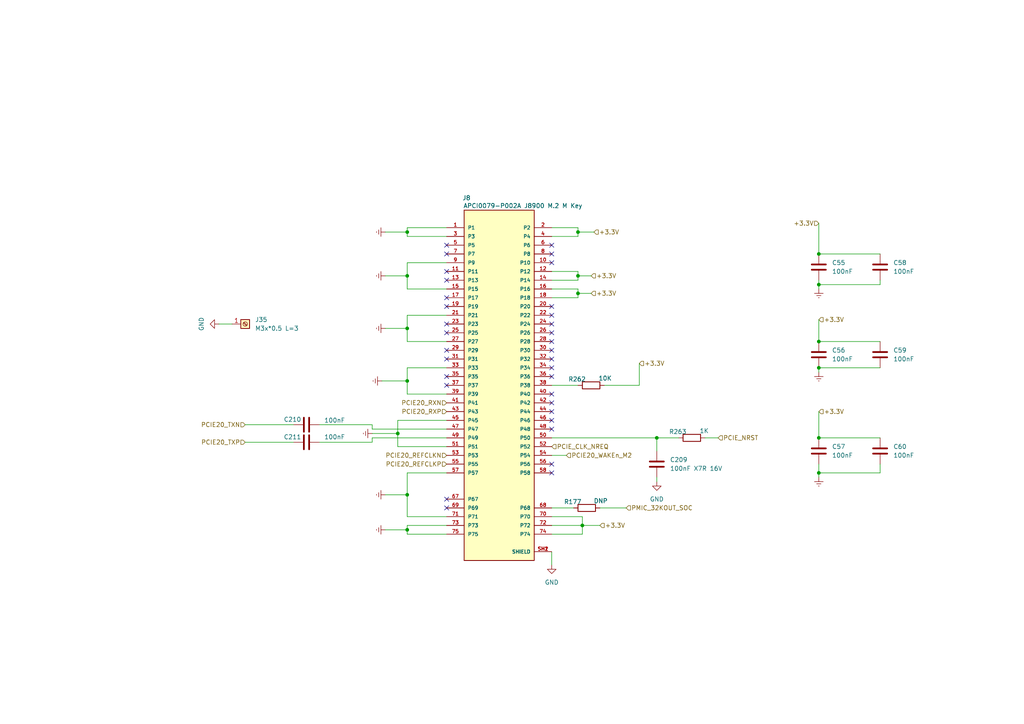
<source format=kicad_sch>
(kicad_sch (version 20231120) (generator "eeschema") (generator_version "8.0")
  (paper "A4")
  (lib_symbols
    (symbol "Device:C" (pin_numbers hide) (pin_names (offset 0.254))
      (property "Reference" "C" (at 0.635 2.54 0))
      (property "Value" "C" (at 0.635 -2.54 0))
      (symbol "C_0_1"
        (polyline (pts (xy -2.032 -0.762) (xy 2.032 -0.762)) (stroke (width 0.508)))
        (polyline (pts (xy -2.032 0.762) (xy 2.032 0.762)) (stroke (width 0.508)))
      )
      (symbol "C_1_1"
        (pin passive line (at 0 3.81 270) (length 2.794) (name "~") (number "1"))
        (pin passive line (at 0 -3.81 90) (length 2.794) (name "~") (number "2"))
      )
    )
    (symbol "Device:R" (pin_numbers hide) (pin_names (offset 0))
      (property "Reference" "R" (at 2.032 0 90))
      (property "Value" "R" (at 0 0 90))
      (symbol "R_0_1"
        (rectangle (start -1.016 -2.54) (end 1.016 2.54) (stroke (width 0.254)))
      )
      (symbol "R_1_1"
        (pin passive line (at 0 3.81 270) (length 1.27) (name "~") (number "1"))
        (pin passive line (at 0 -3.81 90) (length 1.27) (name "~") (number "2"))
      )
    )
    (symbol "M.2TE:1-2199119-5" (pin_names (offset 1.016))
      (property "Reference" "J" (at -10.1938 51.7746 0))
      (property "Value" "1-2199119-5" (at -10.1934 -53.5506 0))
      (symbol "1-2199119-5_0_0"
        (rectangle (start -10.16 -50.8) (end 10.16 50.8) (stroke (width 0.254)) (fill (type background)))
        (pin passive line (at -15.24 45.72 0) (length 5.08) (name "P1") (number "1"))
        (pin passive line (at 15.24 35.56 180) (length 5.08) (name "P10") (number "10"))
        (pin passive line (at -15.24 33.02 0) (length 5.08) (name "P11") (number "11"))
        (pin passive line (at 15.24 33.02 180) (length 5.08) (name "P12") (number "12"))
        (pin passive line (at -15.24 30.48 0) (length 5.08) (name "P13") (number "13"))
        (pin passive line (at 15.24 30.48 180) (length 5.08) (name "P14") (number "14"))
        (pin passive line (at -15.24 27.94 0) (length 5.08) (name "P15") (number "15"))
        (pin passive line (at 15.24 27.94 180) (length 5.08) (name "P16") (number "16"))
        (pin passive line (at -15.24 25.4 0) (length 5.08) (name "P17") (number "17"))
        (pin passive line (at 15.24 25.4 180) (length 5.08) (name "P18") (number "18"))
        (pin passive line (at -15.24 22.86 0) (length 5.08) (name "P19") (number "19"))
        (pin passive line (at 15.24 45.72 180) (length 5.08) (name "P2") (number "2"))
        (pin passive line (at 15.24 22.86 180) (length 5.08) (name "P20") (number "20"))
        (pin passive line (at -15.24 20.32 0) (length 5.08) (name "P21") (number "21"))
        (pin passive line (at 15.24 20.32 180) (length 5.08) (name "P22") (number "22"))
        (pin passive line (at -15.24 17.78 0) (length 5.08) (name "P23") (number "23"))
        (pin passive line (at 15.24 17.78 180) (length 5.08) (name "P24") (number "24"))
        (pin passive line (at -15.24 15.24 0) (length 5.08) (name "P25") (number "25"))
        (pin passive line (at 15.24 15.24 180) (length 5.08) (name "P26") (number "26"))
        (pin passive line (at -15.24 12.7 0) (length 5.08) (name "P27") (number "27"))
        (pin passive line (at 15.24 12.7 180) (length 5.08) (name "P28") (number "28"))
        (pin passive line (at -15.24 10.16 0) (length 5.08) (name "P29") (number "29"))
        (pin passive line (at -15.24 43.18 0) (length 5.08) (name "P3") (number "3"))
        (pin passive line (at 15.24 10.16 180) (length 5.08) (name "P30") (number "30"))
        (pin passive line (at -15.24 7.62 0) (length 5.08) (name "P31") (number "31"))
        (pin passive line (at 15.24 7.62 180) (length 5.08) (name "P32") (number "32"))
        (pin passive line (at -15.24 5.08 0) (length 5.08) (name "P33") (number "33"))
        (pin passive line (at 15.24 5.08 180) (length 5.08) (name "P34") (number "34"))
        (pin passive line (at -15.24 2.54 0) (length 5.08) (name "P35") (number "35"))
        (pin passive line (at 15.24 2.54 180) (length 5.08) (name "P36") (number "36"))
        (pin passive line (at -15.24 0 0) (length 5.08) (name "P37") (number "37"))
        (pin passive line (at 15.24 0 180) (length 5.08) (name "P38") (number "38"))
        (pin passive line (at -15.24 -2.54 0) (length 5.08) (name "P39") (number "39"))
        (pin passive line (at 15.24 43.18 180) (length 5.08) (name "P4") (number "4"))
        (pin passive line (at 15.24 -2.54 180) (length 5.08) (name "P40") (number "40"))
        (pin passive line (at -15.24 -5.08 0) (length 5.08) (name "P41") (number "41"))
        (pin passive line (at 15.24 -5.08 180) (length 5.08) (name "P42") (number "42"))
        (pin passive line (at -15.24 -7.62 0) (length 5.08) (name "P43") (number "43"))
        (pin passive line (at 15.24 -7.62 180) (length 5.08) (name "P44") (number "44"))
        (pin passive line (at -15.24 -10.16 0) (length 5.08) (name "P45") (number "45"))
        (pin passive line (at 15.24 -10.16 180) (length 5.08) (name "P46") (number "46"))
        (pin passive line (at -15.24 -12.7 0) (length 5.08) (name "P47") (number "47"))
        (pin passive line (at 15.24 -12.7 180) (length 5.08) (name "P48") (number "48"))
        (pin passive line (at -15.24 -15.24 0) (length 5.08) (name "P49") (number "49"))
        (pin passive line (at -15.24 40.64 0) (length 5.08) (name "P5") (number "5"))
        (pin passive line (at 15.24 -15.24 180) (length 5.08) (name "P50") (number "50"))
        (pin passive line (at -15.24 -17.78 0) (length 5.08) (name "P51") (number "51"))
        (pin passive line (at 15.24 -17.78 180) (length 5.08) (name "P52") (number "52"))
        (pin passive line (at -15.24 -20.32 0) (length 5.08) (name "P53") (number "53"))
        (pin passive line (at 15.24 -20.32 180) (length 5.08) (name "P54") (number "54"))
        (pin passive line (at -15.24 -22.86 0) (length 5.08) (name "P55") (number "55"))
        (pin passive line (at 15.24 -22.86 180) (length 5.08) (name "P56") (number "56"))
        (pin passive line (at -15.24 -25.4 0) (length 5.08) (name "P57") (number "57"))
        (pin passive line (at 15.24 -25.4 180) (length 5.08) (name "P58") (number "58"))
        (pin passive line (at 15.24 40.64 180) (length 5.08) (name "P6") (number "6"))
        (pin passive line (at -15.24 -33.02 0) (length 5.08) (name "P67") (number "67"))
        (pin passive line (at 15.24 -35.56 180) (length 5.08) (name "P68") (number "68"))
        (pin passive line (at -15.24 -35.56 0) (length 5.08) (name "P69") (number "69"))
        (pin passive line (at -15.24 38.1 0) (length 5.08) (name "P7") (number "7"))
        (pin passive line (at 15.24 -38.1 180) (length 5.08) (name "P70") (number "70"))
        (pin passive line (at -15.24 -38.1 0) (length 5.08) (name "P71") (number "71"))
        (pin passive line (at 15.24 -40.64 180) (length 5.08) (name "P72") (number "72"))
        (pin passive line (at -15.24 -40.64 0) (length 5.08) (name "P73") (number "73"))
        (pin passive line (at 15.24 -43.18 180) (length 5.08) (name "P74") (number "74"))
        (pin passive line (at -15.24 -43.18 0) (length 5.08) (name "P75") (number "75"))
        (pin passive line (at 15.24 38.1 180) (length 5.08) (name "P8") (number "8"))
        (pin passive line (at -15.24 35.56 0) (length 5.08) (name "P9") (number "9"))
        (pin passive line (at 15.24 -48.26 180) (length 5.08) (name "SHIELD") (number "SH1"))
        (pin passive line (at 15.24 -48.26 180) (length 5.08) (name "SHIELD") (number "SH2"))
      )
    )
    (symbol "Screw_Terminal_01x01_1" (pin_names (offset 1.016) hide)
      (property "Reference" "J35" (at 2.8515 1.2701 0))
      (property "Value" "M3x*0.5 L=3" (at 2.8515 -1.2699 0))
      (symbol "Screw_Terminal_01x01_1_1_1"
        (rectangle (start -1.27 1.27) (end 1.27 -1.27) (stroke (width 0.254)) (fill (type background)))
        (polyline (pts (xy -0.5334 0.3302) (xy 0.3302 -0.508)) (stroke (width 0.1524)))
        (polyline (pts (xy -0.3556 0.508) (xy 0.508 -0.3302)) (stroke (width 0.1524)))
        (circle (center 0 0) (radius 0.635) (stroke (width 0.1524)))
        (pin input line (at -3.81 0 0) (length 2.54) (name "1") (number "1"))
      )
    )
    (symbol "power:Earth" (power) (pin_names (offset 0))
      (symbol "Earth_0_1"
        (polyline (pts (xy -0.635 -1.905) (xy 0.635 -1.905)))
        (polyline (pts (xy -0.127 -2.54) (xy 0.127 -2.54)))
        (polyline (pts (xy 0 -1.27) (xy 0 0)))
        (polyline (pts (xy 1.27 -1.27) (xy -1.27 -1.27)))
      )
      (symbol "Earth_1_1"
        (pin power_in line (at 0 0 270) (length 0) hide (name "Earth") (number "1"))
      )
    )
    (symbol "power:GND" (power) (pin_names (offset 0))
      (property "Value" "GND" (at 0 -3.81 0))
      (symbol "GND_0_1"
        (polyline (pts (xy 0 0) (xy 0 -1.27) (xy 1.27 -1.27) (xy 0 -2.54) (xy -1.27 -1.27) (xy 0 -1.27)))
      )
      (symbol "GND_1_1"
        (pin power_in line (at 0 0 270) (length 0) hide (name "GND") (number "1"))
      )
    )
  )
  (junction (at 237.49 106.68))
  (junction (at 167.64 80.01))
  (junction (at 118.11 67.31))
  (junction (at 237.49 137.16))
  (junction (at 118.11 110.49))
  (junction (at 118.11 95.25))
  (junction (at 190.5 127))
  (junction (at 237.49 82.55))
  (junction (at 237.49 127))
  (junction (at 168.91 152.4))
  (junction (at 167.64 85.09))
  (junction (at 118.11 153.67))
  (junction (at 167.64 67.31))
  (junction (at 118.11 80.01))
  (junction (at 237.49 99.06))
  (junction (at 115.3655 125.73))
  (junction (at 237.49 73.66))
  (junction (at 118.11 143.51))
  (no_connect (at 129.54 144.78))
  (no_connect (at 129.54 147.32))
  (no_connect (at 160.02 137.16))
  (no_connect (at 160.02 134.62))
  (no_connect (at 160.02 124.46))
  (no_connect (at 129.54 71.12))
  (no_connect (at 129.54 73.66))
  (no_connect (at 129.54 78.74))
  (no_connect (at 129.54 81.28))
  (no_connect (at 129.54 86.36))
  (no_connect (at 129.54 88.9))
  (no_connect (at 129.54 93.98))
  (no_connect (at 129.54 96.52))
  (no_connect (at 129.54 111.76))
  (no_connect (at 160.02 119.38))
  (no_connect (at 160.02 116.84))
  (no_connect (at 160.02 114.3))
  (no_connect (at 160.02 99.06))
  (no_connect (at 129.54 101.6))
  (no_connect (at 129.54 104.14))
  (no_connect (at 129.54 109.22))
  (no_connect (at 160.02 121.92))
  (no_connect (at 160.02 109.22))
  (no_connect (at 160.02 106.68))
  (no_connect (at 160.02 104.14))
  (no_connect (at 160.02 101.6))
  (no_connect (at 160.02 96.52))
  (no_connect (at 160.02 93.98))
  (no_connect (at 160.02 91.44))
  (no_connect (at 160.02 88.9))
  (no_connect (at 160.02 76.2))
  (no_connect (at 160.02 73.66))
  (no_connect (at 160.02 71.12))
  (wire (pts (xy 107.95 125.73) (xy 115.3655 125.73)))
  (wire (pts (xy 167.64 67.31) (xy 167.64 68.58)))
  (wire (pts (xy 107.95 124.46) (xy 129.54 124.46)))
  (wire (pts (xy 181.61 147.32) (xy 173.99 147.32)))
  (wire (pts (xy 129.54 91.44) (xy 118.11 91.44)))
  (wire (pts (xy 168.91 152.4) (xy 173.99 152.4)))
  (wire (pts (xy 118.11 154.94) (xy 129.54 154.94)))
  (wire (pts (xy 118.11 66.04) (xy 118.11 67.31)))
  (wire (pts (xy 167.64 80.01) (xy 171.45 80.01)))
  (wire (pts (xy 111.76 80.01) (xy 118.11 80.01)))
  (wire (pts (xy 190.5 130.81) (xy 190.5 127)))
  (wire (pts (xy 92.71 123.19) (xy 107.95 123.19)))
  (wire (pts (xy 237.49 138.43) (xy 237.49 137.16)))
  (wire (pts (xy 168.91 154.94) (xy 168.91 152.4)))
  (wire (pts (xy 160.02 86.36) (xy 167.64 86.36)))
  (wire (pts (xy 92.71 128.27) (xy 107.95 128.27)))
  (wire (pts (xy 160.02 111.76) (xy 167.64 111.76)))
  (wire (pts (xy 237.49 73.66) (xy 255.27 73.66)))
  (wire (pts (xy 175.26 111.76) (xy 185.42 111.76)))
  (wire (pts (xy 168.91 149.86) (xy 168.91 152.4)))
  (wire (pts (xy 118.11 114.3) (xy 129.54 114.3)))
  (wire (pts (xy 71.12 128.27) (xy 85.09 128.27)))
  (wire (pts (xy 118.11 66.04) (xy 129.54 66.04)))
  (wire (pts (xy 160.02 149.86) (xy 168.91 149.86)))
  (wire (pts (xy 118.11 143.51) (xy 118.11 149.86)))
  (wire (pts (xy 168.91 152.4) (xy 160.02 152.4)))
  (wire (pts (xy 160.02 78.74) (xy 167.64 78.74)))
  (wire (pts (xy 118.11 76.2) (xy 118.11 80.01)))
  (wire (pts (xy 190.5 127) (xy 160.02 127)))
  (wire (pts (xy 110.7612 110.49) (xy 118.11 110.49)))
  (wire (pts (xy 237.49 119.38) (xy 237.49 127)))
  (wire (pts (xy 111.76 153.67) (xy 118.11 153.67)))
  (wire (pts (xy 164.2573 132.08) (xy 160.02 132.08)))
  (wire (pts (xy 118.11 106.68) (xy 129.54 106.68)))
  (wire (pts (xy 160.02 163.83) (xy 160.02 160.02)))
  (wire (pts (xy 208.28 127) (xy 204.47 127)))
  (wire (pts (xy 167.64 83.82) (xy 167.64 85.09)))
  (wire (pts (xy 111.76 143.51) (xy 118.11 143.51)))
  (wire (pts (xy 237.49 137.16) (xy 237.49 134.62)))
  (wire (pts (xy 118.11 80.01) (xy 118.11 83.82)))
  (wire (pts (xy 107.95 127) (xy 129.54 127)))
  (wire (pts (xy 118.11 83.82) (xy 129.54 83.82)))
  (wire (pts (xy 118.11 91.44) (xy 118.11 95.25)))
  (wire (pts (xy 237.49 107.95) (xy 237.49 106.68)))
  (wire (pts (xy 237.49 81.28) (xy 237.49 82.55)))
  (wire (pts (xy 118.11 153.67) (xy 118.11 154.94)))
  (wire (pts (xy 237.49 82.55) (xy 237.49 83.82)))
  (wire (pts (xy 167.64 85.09) (xy 171.45 85.09)))
  (wire (pts (xy 129.54 152.4) (xy 118.11 152.4)))
  (wire (pts (xy 237.49 64.77) (xy 237.49 73.66)))
  (wire (pts (xy 118.11 137.16) (xy 118.11 143.51)))
  (wire (pts (xy 166.37 147.32) (xy 160.02 147.32)))
  (wire (pts (xy 118.11 68.58) (xy 129.54 68.58)))
  (wire (pts (xy 160.02 83.82) (xy 167.64 83.82)))
  (wire (pts (xy 237.49 82.55) (xy 255.27 82.55)))
  (wire (pts (xy 185.42 111.76) (xy 185.42 105.41)))
  (wire (pts (xy 129.54 137.16) (xy 118.11 137.16)))
  (wire (pts (xy 160.02 66.04) (xy 167.64 66.04)))
  (wire (pts (xy 237.49 137.16) (xy 255.27 137.16)))
  (wire (pts (xy 167.64 66.04) (xy 167.64 67.31)))
  (wire (pts (xy 115.3655 121.92) (xy 115.3655 125.73)))
  (wire (pts (xy 111.76 95.25) (xy 118.11 95.25)))
  (wire (pts (xy 118.11 67.31) (xy 118.11 68.58)))
  (wire (pts (xy 118.11 110.49) (xy 118.11 114.3)))
  (wire (pts (xy 107.95 123.19) (xy 107.95 124.46)))
  (wire (pts (xy 167.64 68.58) (xy 160.02 68.58)))
  (wire (pts (xy 167.64 78.74) (xy 167.64 80.01)))
  (wire (pts (xy 167.64 80.01) (xy 167.64 81.28)))
  (wire (pts (xy 111.76 67.31) (xy 118.11 67.31)))
  (wire (pts (xy 118.11 149.86) (xy 129.54 149.86)))
  (wire (pts (xy 118.11 95.25) (xy 118.11 99.06)))
  (wire (pts (xy 167.64 81.28) (xy 160.02 81.28)))
  (wire (pts (xy 118.11 106.68) (xy 118.11 110.49)))
  (wire (pts (xy 167.64 67.31) (xy 172.2696 67.31)))
  (wire (pts (xy 107.95 128.27) (xy 107.95 127)))
  (wire (pts (xy 167.64 85.09) (xy 167.64 86.36)))
  (wire (pts (xy 115.3655 129.54) (xy 129.54 129.54)))
  (wire (pts (xy 255.27 134.62) (xy 255.27 137.16)))
  (wire (pts (xy 115.3655 125.73) (xy 115.3655 129.54)))
  (wire (pts (xy 129.54 121.92) (xy 115.3655 121.92)))
  (wire (pts (xy 67.31 93.98) (xy 63.5 93.98)))
  (wire (pts (xy 196.85 127) (xy 190.5 127)))
  (wire (pts (xy 237.49 99.06) (xy 255.27 99.06)))
  (wire (pts (xy 190.5 139.7) (xy 190.5 138.43)))
  (wire (pts (xy 237.49 127) (xy 255.27 127)))
  (wire (pts (xy 237.49 92.71) (xy 237.49 99.06)))
  (wire (pts (xy 255.27 81.28) (xy 255.27 82.55)))
  (wire (pts (xy 160.02 154.94) (xy 168.91 154.94)))
  (wire (pts (xy 129.54 76.2) (xy 118.11 76.2)))
  (wire (pts (xy 71.12 123.19) (xy 85.09 123.19)))
  (wire (pts (xy 118.11 99.06) (xy 129.54 99.06)))
  (wire (pts (xy 118.11 152.4) (xy 118.11 153.67)))
  (wire (pts (xy 237.49 106.68) (xy 255.27 106.68)))
  (hierarchical_label "+3.3V" (shape input) (at 185.42 105.41 0))
  (hierarchical_label "PCIE20_WAKEn_M2" (shape input) (at 164.2573 132.08 0))
  (hierarchical_label "PCIE20_REFCLKN" (shape input) (at 129.54 132.08 180))
  (hierarchical_label "+3.3V" (shape input) (at 237.49 92.71 0))
  (hierarchical_label "+3.3V" (shape input) (at 172.2696 67.31 0))
  (hierarchical_label "PCIE20_TXN" (shape input) (at 71.12 123.19 180))
  (hierarchical_label "PCIE20_RXN" (shape input) (at 129.54 116.84 180))
  (hierarchical_label "PMIC_32KOUT_SOC" (shape input) (at 181.61 147.32 0))
  (hierarchical_label "+3.3V" (shape input) (at 171.45 80.01 0))
  (hierarchical_label "+3.3V" (shape input) (at 237.49 119.38 0))
  (hierarchical_label "PCIE_CLK_NREQ" (shape input) (at 160.02 129.54 0))
  (hierarchical_label "PCIE20_REFCLKP" (shape input) (at 129.54 134.62 180))
  (hierarchical_label "PCIE20_RXP" (shape input) (at 129.54 119.38 180))
  (hierarchical_label "+3.3V" (shape input) (at 237.49 64.77 180))
  (hierarchical_label "+3.3V" (shape input) (at 173.99 152.4 0))
  (hierarchical_label "PCIE_NRST" (shape input) (at 208.28 127 0))
  (hierarchical_label "+3.3V" (shape input) (at 171.45 85.09 0))
  (hierarchical_label "PCIE20_TXP" (shape input) (at 71.12 128.27 180))
  (symbol (lib_id "M.2TE:1-2199119-5") (at 144.78 111.76 0) (unit 1)
    (property "Reference" "J8" (at 134.112 57.404 0) (effects (justify left)))
    (property "Value" "APCI0079-P002A J8900 M.2 M Key" (at 134.366 59.69 0) (effects (justify left)))
    (property "Footprint" "Library:APCI0079-P002A J8900 M.2 M Key" (effects (hide yes)))
    (property "Comment" "1-2199119-5" (effects (hide yes)))
    (property "MPN" "NGFF 67P连接器 M.2 SSD插槽 4+5 H3.2" (effects (hide yes)))
  )
  (symbol (lib_id "power:Earth") (at 111.76 153.67 270) (unit 1)
    (property "Reference" "#PWR0177" (effects (hide yes)))
    (property "Value" "Earth" (effects (hide yes)))
    (property "Description" "Power symbol creates a global label with name \"Earth\"" (effects (hide yes)))
  )
  (symbol (lib_id "power:Earth") (at 111.76 80.01 270) (unit 1)
    (property "Reference" "#PWR0105" (effects (hide yes)))
    (property "Value" "Earth" (effects (hide yes)))
    (property "Description" "Power symbol creates a global label with name \"Earth\"" (effects (hide yes)))
  )
  (symbol (lib_id "Device:R") (at 171.45 111.76 270) (unit 1)
    (property "Reference" "R262" (at 167.386 109.982 90))
    (property "Value" "10K" (at 175.514 109.728 90))
    (property "Footprint" "Resistor_SMD:R_0402_1005Metric" (effects (hide yes)))
    (property "MPN" "RC0402FR-0710KL" (effects (hide yes)))
  )
  (symbol (lib_id "Device:C") (at 190.5 134.62 0) (unit 1)
    (property "Reference" "C209" (at 194.31 133.3499 0) (effects (justify left)))
    (property "Value" "100nF X7R 16V" (at 194.31 135.8899 0) (effects (justify left)))
    (property "Footprint" "Capacitor_SMD:C_0402_1005Metric" (effects (hide yes)))
    (property "MPN" "CC0402KRX7R7BB104" (effects (hide yes)))
  )
  (symbol (lib_id "power:Earth") (at 107.95 125.73 270) (unit 1)
    (property "Reference" "#PWR0181" (effects (hide yes)))
    (property "Value" "Earth" (effects (hide yes)))
    (property "Description" "Power symbol creates a global label with name \"Earth\"" (effects (hide yes)))
  )
  (symbol (lib_id "Device:C") (at 255.27 130.81 0) (unit 1)
    (property "Reference" "C60" (at 259.08 129.5399 0) (effects (justify left)))
    (property "Value" "100nF" (at 259.08 132.0799 0) (effects (justify left)))
    (property "Footprint" "Capacitor_SMD:C_0603_1608Metric" (effects (hide yes)))
    (property "MPN" "0603B104K500NT" (effects (hide yes)))
  )
  (symbol (lib_id "power:Earth") (at 237.49 138.43 0) (unit 1)
    (property "Reference" "#PWR0182" (effects (hide yes)))
    (property "Value" "Earth" (effects (hide yes)))
    (property "Description" "Power symbol creates a global label with name \"Earth\"" (effects (hide yes)))
  )
  (symbol (lib_id "power:GND") (at 190.5 139.7 0) (unit 1)
    (property "Reference" "#PWR0229" (effects (hide yes)))
    (property "Value" "GND" (at 190.5 144.78 0))
  )
  (symbol (lib_id "power:Earth") (at 111.76 67.31 270) (unit 1)
    (property "Reference" "#PWR0104" (effects (hide yes)))
    (property "Value" "Earth" (effects (hide yes)))
    (property "Description" "Power symbol creates a global label with name \"Earth\"" (effects (hide yes)))
  )
  (symbol (lib_id "power:Earth") (at 110.7612 110.49 270) (unit 1)
    (property "Reference" "#PWR0180" (effects (hide yes)))
    (property "Value" "Earth" (effects (hide yes)))
    (property "Description" "Power symbol creates a global label with name \"Earth\"" (effects (hide yes)))
  )
  (symbol (lib_id "Device:R") (at 170.18 147.32 270) (unit 1)
    (property "Reference" "R177" (at 166.116 145.542 90))
    (property "Value" "DNP" (at 174.244 145.288 90))
    (property "Footprint" "Resistor_SMD:R_0603_1608Metric" (effects (hide yes)))
  )
  (symbol (lib_id "power:Earth") (at 111.76 95.25 270) (unit 1)
    (property "Reference" "#PWR0179" (effects (hide yes)))
    (property "Value" "Earth" (effects (hide yes)))
    (property "Description" "Power symbol creates a global label with name \"Earth\"" (effects (hide yes)))
  )
  (symbol (lib_id "Device:C") (at 255.27 102.87 0) (unit 1)
    (property "Reference" "C59" (at 259.08 101.5999 0) (effects (justify left)))
    (property "Value" "100nF" (at 259.08 104.1399 0) (effects (justify left)))
    (property "Footprint" "Capacitor_SMD:C_0603_1608Metric" (effects (hide yes)))
    (property "MPN" "0603B104K500NT" (effects (hide yes)))
  )
  (symbol (lib_id "power:Earth") (at 237.49 83.82 0) (unit 1)
    (property "Reference" "#PWR0184" (effects (hide yes)))
    (property "Value" "Earth" (effects (hide yes)))
    (property "Description" "Power symbol creates a global label with name \"Earth\"" (effects (hide yes)))
  )
  (symbol (lib_id "power:GND") (at 160.02 163.83 0) (unit 1)
    (property "Reference" "#PWR0178" (effects (hide yes)))
    (property "Value" "GND" (at 160.02 168.91 0))
  )
  (symbol (lib_id "Device:C") (at 88.9 123.19 90) (unit 1)
    (property "Reference" "C210" (at 84.836 121.666 90))
    (property "Value" "100nF " (at 97.536 121.92 90))
    (property "Footprint" "Capacitor_SMD:C_0402_1005Metric" (effects (hide yes)))
    (property "MPN" "CC0402KRX7R7BB104" (effects (hide yes)))
  )
  (symbol (lib_id "Device:C") (at 255.27 77.47 0) (unit 1)
    (property "Reference" "C58" (at 259.08 76.1999 0) (effects (justify left)))
    (property "Value" "100nF" (at 259.08 78.7399 0) (effects (justify left)))
    (property "Footprint" "Capacitor_SMD:C_0603_1608Metric" (effects (hide yes)))
    (property "MPN" "0603B104K500NT" (effects (hide yes)))
  )
  (symbol (lib_id "power:Earth") (at 237.49 107.95 0) (unit 1)
    (property "Reference" "#PWR0183" (effects (hide yes)))
    (property "Value" "Earth" (effects (hide yes)))
    (property "Description" "Power symbol creates a global label with name \"Earth\"" (effects (hide yes)))
  )
  (symbol (lib_id "Device:C") (at 237.49 102.87 0) (unit 1)
    (property "Reference" "C56" (at 241.3 101.5999 0) (effects (justify left)))
    (property "Value" "100nF" (at 241.3 104.1399 0) (effects (justify left)))
    (property "Footprint" "Capacitor_SMD:C_0603_1608Metric" (effects (hide yes)))
    (property "MPN" "0603B104K500NT" (effects (hide yes)))
  )
  (symbol (lib_id "Device:C") (at 237.49 130.81 0) (unit 1)
    (property "Reference" "C57" (at 241.3 129.5399 0) (effects (justify left)))
    (property "Value" "100nF" (at 241.3 132.0799 0) (effects (justify left)))
    (property "Footprint" "Capacitor_SMD:C_0603_1608Metric" (effects (hide yes)))
    (property "MPN" "0603B104K500NT" (effects (hide yes)))
  )
  (symbol (lib_id "Device:R") (at 200.66 127 270) (unit 1)
    (property "Reference" "R263" (at 196.596 125.222 90))
    (property "Value" "1K " (at 204.724 124.968 90))
    (property "Footprint" "Resistor_SMD:R_0402_1005Metric" (effects (hide yes)))
    (property "MPN" "0402WGF1001TCE" (effects (hide yes)))
  )
  (symbol (lib_id "Device:C") (at 88.9 128.27 90) (unit 1)
    (property "Reference" "C211" (at 84.836 126.746 90))
    (property "Value" "100nF " (at 97.536 126.746 90))
    (property "Footprint" "Capacitor_SMD:C_0402_1005Metric" (effects (hide yes)))
    (property "MPN" "CC0402KRX7R7BB104" (effects (hide yes)))
  )
  (symbol (lib_name "Screw_Terminal_01x01_1") (lib_id "Connector:Screw_Terminal_01x01") (at 71.12 93.98 0) (unit 1)
    (property "Reference" "J35" (at 73.9715 92.7099 0) (effects (justify left)))
    (property "Value" "M3x*0.5 L=3" (at 73.9715 95.2499 0) (effects (justify left)))
    (property "Footprint" "Footprint:Screw Terminal Shinbo" (effects (hide yes)))
    (property "Description" "Board mounting elevator    M3 hole size, 4 pins PCB-64-M3" (effects (hide yes)))
    (property "MPN" "SMTSO-M3-3ET" (effects (hide yes)))
  )
  (symbol (lib_id "power:Earth") (at 111.76 143.51 270) (unit 1)
    (property "Reference" "#PWR0106" (effects (hide yes)))
    (property "Value" "Earth" (effects (hide yes)))
    (property "Description" "Power symbol creates a global label with name \"Earth\"" (effects (hide yes)))
  )
  (symbol (lib_id "power:GND") (at 63.5 93.98 270) (unit 1)
    (property "Reference" "#PWR0230" (effects (hide yes)))
    (property "Value" "GND" (at 58.42 93.98 0))
  )
  (symbol (lib_id "Device:C") (at 237.49 77.47 0) (unit 1)
    (property "Reference" "C55" (at 241.3 76.1999 0) (effects (justify left)))
    (property "Value" "100nF" (at 241.3 78.7399 0) (effects (justify left)))
    (property "Footprint" "Capacitor_SMD:C_0603_1608Metric" (effects (hide yes)))
    (property "MPN" "0603B104K500NT" (effects (hide yes)))
  )
)
</source>
